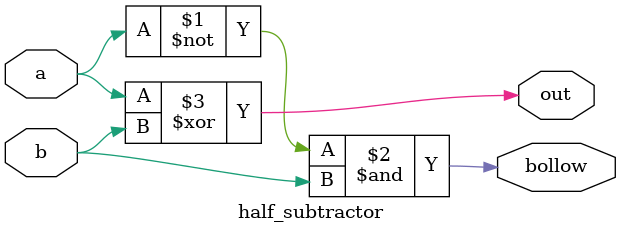
<source format=v>
`timescale 1ns/1ps

module half_subtractor(a, b, bollow, out);
    input a, b;
    output bollow, out;
    assign bollow = ~a&b;
    assign out = a^b;
endmodule
</source>
